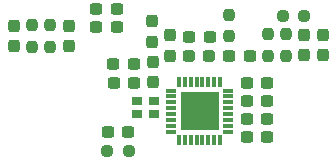
<source format=gtp>
G04 #@! TF.GenerationSoftware,KiCad,Pcbnew,7.0.9*
G04 #@! TF.CreationDate,2024-04-20T19:04:57+02:00*
G04 #@! TF.ProjectId,NFC_Programmer,4e46435f-5072-46f6-9772-616d6d65722e,3.0*
G04 #@! TF.SameCoordinates,Original*
G04 #@! TF.FileFunction,Paste,Top*
G04 #@! TF.FilePolarity,Positive*
%FSLAX46Y46*%
G04 Gerber Fmt 4.6, Leading zero omitted, Abs format (unit mm)*
G04 Created by KiCad (PCBNEW 7.0.9) date 2024-04-20 19:04:57*
%MOMM*%
%LPD*%
G01*
G04 APERTURE LIST*
G04 Aperture macros list*
%AMRoundRect*
0 Rectangle with rounded corners*
0 $1 Rounding radius*
0 $2 $3 $4 $5 $6 $7 $8 $9 X,Y pos of 4 corners*
0 Add a 4 corners polygon primitive as box body*
4,1,4,$2,$3,$4,$5,$6,$7,$8,$9,$2,$3,0*
0 Add four circle primitives for the rounded corners*
1,1,$1+$1,$2,$3*
1,1,$1+$1,$4,$5*
1,1,$1+$1,$6,$7*
1,1,$1+$1,$8,$9*
0 Add four rect primitives between the rounded corners*
20,1,$1+$1,$2,$3,$4,$5,0*
20,1,$1+$1,$4,$5,$6,$7,0*
20,1,$1+$1,$6,$7,$8,$9,0*
20,1,$1+$1,$8,$9,$2,$3,0*%
G04 Aperture macros list end*
%ADD10RoundRect,0.237500X-0.237500X0.250000X-0.237500X-0.250000X0.237500X-0.250000X0.237500X0.250000X0*%
%ADD11RoundRect,0.237500X0.300000X0.237500X-0.300000X0.237500X-0.300000X-0.237500X0.300000X-0.237500X0*%
%ADD12RoundRect,0.237500X0.237500X-0.250000X0.237500X0.250000X-0.237500X0.250000X-0.237500X-0.250000X0*%
%ADD13RoundRect,0.237500X0.237500X-0.287500X0.237500X0.287500X-0.237500X0.287500X-0.237500X-0.287500X0*%
%ADD14R,0.900000X0.800000*%
%ADD15RoundRect,0.237500X0.237500X-0.300000X0.237500X0.300000X-0.237500X0.300000X-0.237500X-0.300000X0*%
%ADD16RoundRect,0.237500X-0.237500X0.300000X-0.237500X-0.300000X0.237500X-0.300000X0.237500X0.300000X0*%
%ADD17R,0.850000X0.300000*%
%ADD18R,0.300000X0.850000*%
%ADD19R,3.250000X3.250000*%
%ADD20RoundRect,0.237500X-0.300000X-0.237500X0.300000X-0.237500X0.300000X0.237500X-0.300000X0.237500X0*%
%ADD21RoundRect,0.237500X-0.250000X-0.237500X0.250000X-0.237500X0.250000X0.237500X-0.250000X0.237500X0*%
%ADD22RoundRect,0.237500X-0.287500X-0.237500X0.287500X-0.237500X0.287500X0.237500X-0.287500X0.237500X0*%
%ADD23RoundRect,0.237500X0.250000X0.237500X-0.250000X0.237500X-0.250000X-0.237500X0.250000X-0.237500X0*%
G04 APERTURE END LIST*
D10*
X150813750Y-94545000D03*
X150813750Y-96370000D03*
D11*
X147696750Y-96380000D03*
X145971750Y-96380000D03*
D12*
X145994250Y-94742500D03*
X145994250Y-92917500D03*
D11*
X137886750Y-97110000D03*
X136161750Y-97110000D03*
D13*
X140994250Y-96385000D03*
X140994250Y-94635000D03*
D11*
X136462500Y-93970000D03*
X134737500Y-93970000D03*
D14*
X139571750Y-100230000D03*
X138171750Y-100230000D03*
X138171750Y-101330000D03*
X139571750Y-101330000D03*
D15*
X139504250Y-98602500D03*
X139504250Y-96877500D03*
D16*
X139464250Y-93467500D03*
X139464250Y-95192500D03*
D17*
X145914250Y-102820000D03*
X145914250Y-102320000D03*
X145914250Y-101820000D03*
X145914250Y-101320000D03*
X145914250Y-100820000D03*
X145914250Y-100320000D03*
X145914250Y-99820000D03*
X145914250Y-99320000D03*
D18*
X145214250Y-98620000D03*
X144714250Y-98620000D03*
X144214250Y-98620000D03*
X143714250Y-98620000D03*
X143214250Y-98620000D03*
X142714250Y-98620000D03*
X142214250Y-98620000D03*
X141714250Y-98620000D03*
D17*
X141014250Y-99320000D03*
X141014250Y-99820000D03*
X141014250Y-100320000D03*
X141014250Y-100820000D03*
X141014250Y-101320000D03*
X141014250Y-101820000D03*
X141014250Y-102320000D03*
X141014250Y-102820000D03*
D18*
X141714250Y-103520000D03*
X142214250Y-103520000D03*
X142714250Y-103520000D03*
X143214250Y-103520000D03*
X143714250Y-103520000D03*
X144214250Y-103520000D03*
X144714250Y-103520000D03*
X145214250Y-103520000D03*
D19*
X143464250Y-101070000D03*
D10*
X130835000Y-93800000D03*
X130835000Y-95625000D03*
D15*
X152344250Y-96320000D03*
X152344250Y-94595000D03*
D11*
X136462500Y-92400000D03*
X134737500Y-92400000D03*
D20*
X147445000Y-98700000D03*
X149170000Y-98700000D03*
X147445000Y-100220000D03*
X149170000Y-100220000D03*
D12*
X149283250Y-96370000D03*
X149283250Y-94545000D03*
D16*
X153904250Y-94587500D03*
X153904250Y-96312500D03*
D20*
X147445000Y-101740000D03*
X149170000Y-101740000D03*
D10*
X129285000Y-93800000D03*
X129285000Y-95625000D03*
D21*
X150522500Y-92990000D03*
X152347500Y-92990000D03*
D16*
X132385000Y-93850000D03*
X132385000Y-95575000D03*
D15*
X127725000Y-95575000D03*
X127725000Y-93850000D03*
D11*
X137407500Y-102870000D03*
X135682500Y-102870000D03*
D22*
X142544250Y-96400000D03*
X144294250Y-96400000D03*
D23*
X137460000Y-104400000D03*
X135635000Y-104400000D03*
D20*
X142609250Y-94790000D03*
X144334250Y-94790000D03*
D11*
X137926750Y-98680000D03*
X136201750Y-98680000D03*
D20*
X147445000Y-103260000D03*
X149170000Y-103260000D03*
M02*

</source>
